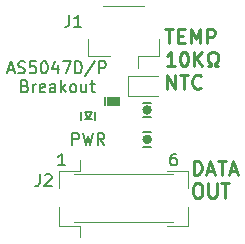
<source format=gbr>
%TF.GenerationSoftware,KiCad,Pcbnew,(5.99.0-9885-g7a8abcadd2)*%
%TF.CreationDate,2021-05-15T19:58:37-05:00*%
%TF.ProjectId,small as5047 encoder breakout,736d616c-6c20-4617-9335-30343720656e,rev?*%
%TF.SameCoordinates,Original*%
%TF.FileFunction,Legend,Top*%
%TF.FilePolarity,Positive*%
%FSLAX46Y46*%
G04 Gerber Fmt 4.6, Leading zero omitted, Abs format (unit mm)*
G04 Created by KiCad (PCBNEW (5.99.0-9885-g7a8abcadd2)) date 2021-05-15 19:58:37*
%MOMM*%
%LPD*%
G01*
G04 APERTURE LIST*
%ADD10C,0.250000*%
%ADD11C,0.200000*%
%ADD12C,0.150000*%
%ADD13C,0.130000*%
%ADD14C,0.050000*%
%ADD15C,0.400000*%
%ADD16C,0.120000*%
G04 APERTURE END LIST*
D10*
X144433214Y-87491857D02*
X144433214Y-86291857D01*
X144718928Y-86291857D01*
X144890357Y-86349000D01*
X145004642Y-86463285D01*
X145061785Y-86577571D01*
X145118928Y-86806142D01*
X145118928Y-86977571D01*
X145061785Y-87206142D01*
X145004642Y-87320428D01*
X144890357Y-87434714D01*
X144718928Y-87491857D01*
X144433214Y-87491857D01*
X145576071Y-87149000D02*
X146147500Y-87149000D01*
X145461785Y-87491857D02*
X145861785Y-86291857D01*
X146261785Y-87491857D01*
X146490357Y-86291857D02*
X147176071Y-86291857D01*
X146833214Y-87491857D02*
X146833214Y-86291857D01*
X147518928Y-87149000D02*
X148090357Y-87149000D01*
X147404642Y-87491857D02*
X147804642Y-86291857D01*
X148204642Y-87491857D01*
X144661785Y-88223857D02*
X144890357Y-88223857D01*
X145004642Y-88281000D01*
X145118928Y-88395285D01*
X145176071Y-88623857D01*
X145176071Y-89023857D01*
X145118928Y-89252428D01*
X145004642Y-89366714D01*
X144890357Y-89423857D01*
X144661785Y-89423857D01*
X144547500Y-89366714D01*
X144433214Y-89252428D01*
X144376071Y-89023857D01*
X144376071Y-88623857D01*
X144433214Y-88395285D01*
X144547500Y-88281000D01*
X144661785Y-88223857D01*
X145690357Y-88223857D02*
X145690357Y-89195285D01*
X145747500Y-89309571D01*
X145804642Y-89366714D01*
X145918928Y-89423857D01*
X146147500Y-89423857D01*
X146261785Y-89366714D01*
X146318928Y-89309571D01*
X146376071Y-89195285D01*
X146376071Y-88223857D01*
X146776071Y-88223857D02*
X147461785Y-88223857D01*
X147118928Y-89423857D02*
X147118928Y-88223857D01*
D11*
X142940476Y-85702380D02*
X142750000Y-85702380D01*
X142654761Y-85750000D01*
X142607142Y-85797619D01*
X142511904Y-85940476D01*
X142464285Y-86130952D01*
X142464285Y-86511904D01*
X142511904Y-86607142D01*
X142559523Y-86654761D01*
X142654761Y-86702380D01*
X142845238Y-86702380D01*
X142940476Y-86654761D01*
X142988095Y-86607142D01*
X143035714Y-86511904D01*
X143035714Y-86273809D01*
X142988095Y-86178571D01*
X142940476Y-86130952D01*
X142845238Y-86083333D01*
X142654761Y-86083333D01*
X142559523Y-86130952D01*
X142511904Y-86178571D01*
X142464285Y-86273809D01*
X128732142Y-78611666D02*
X129208333Y-78611666D01*
X128636904Y-78897380D02*
X128970238Y-77897380D01*
X129303571Y-78897380D01*
X129589285Y-78849761D02*
X129732142Y-78897380D01*
X129970238Y-78897380D01*
X130065476Y-78849761D01*
X130113095Y-78802142D01*
X130160714Y-78706904D01*
X130160714Y-78611666D01*
X130113095Y-78516428D01*
X130065476Y-78468809D01*
X129970238Y-78421190D01*
X129779761Y-78373571D01*
X129684523Y-78325952D01*
X129636904Y-78278333D01*
X129589285Y-78183095D01*
X129589285Y-78087857D01*
X129636904Y-77992619D01*
X129684523Y-77945000D01*
X129779761Y-77897380D01*
X130017857Y-77897380D01*
X130160714Y-77945000D01*
X131065476Y-77897380D02*
X130589285Y-77897380D01*
X130541666Y-78373571D01*
X130589285Y-78325952D01*
X130684523Y-78278333D01*
X130922619Y-78278333D01*
X131017857Y-78325952D01*
X131065476Y-78373571D01*
X131113095Y-78468809D01*
X131113095Y-78706904D01*
X131065476Y-78802142D01*
X131017857Y-78849761D01*
X130922619Y-78897380D01*
X130684523Y-78897380D01*
X130589285Y-78849761D01*
X130541666Y-78802142D01*
X131732142Y-77897380D02*
X131827380Y-77897380D01*
X131922619Y-77945000D01*
X131970238Y-77992619D01*
X132017857Y-78087857D01*
X132065476Y-78278333D01*
X132065476Y-78516428D01*
X132017857Y-78706904D01*
X131970238Y-78802142D01*
X131922619Y-78849761D01*
X131827380Y-78897380D01*
X131732142Y-78897380D01*
X131636904Y-78849761D01*
X131589285Y-78802142D01*
X131541666Y-78706904D01*
X131494047Y-78516428D01*
X131494047Y-78278333D01*
X131541666Y-78087857D01*
X131589285Y-77992619D01*
X131636904Y-77945000D01*
X131732142Y-77897380D01*
X132922619Y-78230714D02*
X132922619Y-78897380D01*
X132684523Y-77849761D02*
X132446428Y-78564047D01*
X133065476Y-78564047D01*
X133351190Y-77897380D02*
X134017857Y-77897380D01*
X133589285Y-78897380D01*
X134398809Y-78897380D02*
X134398809Y-77897380D01*
X134636904Y-77897380D01*
X134779761Y-77945000D01*
X134875000Y-78040238D01*
X134922619Y-78135476D01*
X134970238Y-78325952D01*
X134970238Y-78468809D01*
X134922619Y-78659285D01*
X134875000Y-78754523D01*
X134779761Y-78849761D01*
X134636904Y-78897380D01*
X134398809Y-78897380D01*
X136113095Y-77849761D02*
X135255952Y-79135476D01*
X136446428Y-78897380D02*
X136446428Y-77897380D01*
X136827380Y-77897380D01*
X136922619Y-77945000D01*
X136970238Y-77992619D01*
X137017857Y-78087857D01*
X137017857Y-78230714D01*
X136970238Y-78325952D01*
X136922619Y-78373571D01*
X136827380Y-78421190D01*
X136446428Y-78421190D01*
X130160714Y-79983571D02*
X130303571Y-80031190D01*
X130351190Y-80078809D01*
X130398809Y-80174047D01*
X130398809Y-80316904D01*
X130351190Y-80412142D01*
X130303571Y-80459761D01*
X130208333Y-80507380D01*
X129827380Y-80507380D01*
X129827380Y-79507380D01*
X130160714Y-79507380D01*
X130255952Y-79555000D01*
X130303571Y-79602619D01*
X130351190Y-79697857D01*
X130351190Y-79793095D01*
X130303571Y-79888333D01*
X130255952Y-79935952D01*
X130160714Y-79983571D01*
X129827380Y-79983571D01*
X130827380Y-80507380D02*
X130827380Y-79840714D01*
X130827380Y-80031190D02*
X130875000Y-79935952D01*
X130922619Y-79888333D01*
X131017857Y-79840714D01*
X131113095Y-79840714D01*
X131827380Y-80459761D02*
X131732142Y-80507380D01*
X131541666Y-80507380D01*
X131446428Y-80459761D01*
X131398809Y-80364523D01*
X131398809Y-79983571D01*
X131446428Y-79888333D01*
X131541666Y-79840714D01*
X131732142Y-79840714D01*
X131827380Y-79888333D01*
X131875000Y-79983571D01*
X131875000Y-80078809D01*
X131398809Y-80174047D01*
X132732142Y-80507380D02*
X132732142Y-79983571D01*
X132684523Y-79888333D01*
X132589285Y-79840714D01*
X132398809Y-79840714D01*
X132303571Y-79888333D01*
X132732142Y-80459761D02*
X132636904Y-80507380D01*
X132398809Y-80507380D01*
X132303571Y-80459761D01*
X132255952Y-80364523D01*
X132255952Y-80269285D01*
X132303571Y-80174047D01*
X132398809Y-80126428D01*
X132636904Y-80126428D01*
X132732142Y-80078809D01*
X133208333Y-80507380D02*
X133208333Y-79507380D01*
X133303571Y-80126428D02*
X133589285Y-80507380D01*
X133589285Y-79840714D02*
X133208333Y-80221666D01*
X134160714Y-80507380D02*
X134065476Y-80459761D01*
X134017857Y-80412142D01*
X133970238Y-80316904D01*
X133970238Y-80031190D01*
X134017857Y-79935952D01*
X134065476Y-79888333D01*
X134160714Y-79840714D01*
X134303571Y-79840714D01*
X134398809Y-79888333D01*
X134446428Y-79935952D01*
X134494047Y-80031190D01*
X134494047Y-80316904D01*
X134446428Y-80412142D01*
X134398809Y-80459761D01*
X134303571Y-80507380D01*
X134160714Y-80507380D01*
X135351190Y-79840714D02*
X135351190Y-80507380D01*
X134922619Y-79840714D02*
X134922619Y-80364523D01*
X134970238Y-80459761D01*
X135065476Y-80507380D01*
X135208333Y-80507380D01*
X135303571Y-80459761D01*
X135351190Y-80412142D01*
X135684523Y-79840714D02*
X136065476Y-79840714D01*
X135827380Y-79507380D02*
X135827380Y-80364523D01*
X135875000Y-80459761D01*
X135970238Y-80507380D01*
X136065476Y-80507380D01*
D10*
X142026785Y-75160857D02*
X142712500Y-75160857D01*
X142369642Y-76360857D02*
X142369642Y-75160857D01*
X143112500Y-75732285D02*
X143512500Y-75732285D01*
X143683928Y-76360857D02*
X143112500Y-76360857D01*
X143112500Y-75160857D01*
X143683928Y-75160857D01*
X144198214Y-76360857D02*
X144198214Y-75160857D01*
X144598214Y-76018000D01*
X144998214Y-75160857D01*
X144998214Y-76360857D01*
X145569642Y-76360857D02*
X145569642Y-75160857D01*
X146026785Y-75160857D01*
X146141071Y-75218000D01*
X146198214Y-75275142D01*
X146255357Y-75389428D01*
X146255357Y-75560857D01*
X146198214Y-75675142D01*
X146141071Y-75732285D01*
X146026785Y-75789428D01*
X145569642Y-75789428D01*
X142826785Y-78292857D02*
X142141071Y-78292857D01*
X142483928Y-78292857D02*
X142483928Y-77092857D01*
X142369642Y-77264285D01*
X142255357Y-77378571D01*
X142141071Y-77435714D01*
X143569642Y-77092857D02*
X143683928Y-77092857D01*
X143798214Y-77150000D01*
X143855357Y-77207142D01*
X143912500Y-77321428D01*
X143969642Y-77550000D01*
X143969642Y-77835714D01*
X143912500Y-78064285D01*
X143855357Y-78178571D01*
X143798214Y-78235714D01*
X143683928Y-78292857D01*
X143569642Y-78292857D01*
X143455357Y-78235714D01*
X143398214Y-78178571D01*
X143341071Y-78064285D01*
X143283928Y-77835714D01*
X143283928Y-77550000D01*
X143341071Y-77321428D01*
X143398214Y-77207142D01*
X143455357Y-77150000D01*
X143569642Y-77092857D01*
X144483928Y-78292857D02*
X144483928Y-77092857D01*
X145169642Y-78292857D02*
X144655357Y-77607142D01*
X145169642Y-77092857D02*
X144483928Y-77778571D01*
X145626785Y-78292857D02*
X145912500Y-78292857D01*
X145912500Y-78064285D01*
X145798214Y-78007142D01*
X145683928Y-77892857D01*
X145626785Y-77721428D01*
X145626785Y-77435714D01*
X145683928Y-77264285D01*
X145798214Y-77150000D01*
X145969642Y-77092857D01*
X146198214Y-77092857D01*
X146369642Y-77150000D01*
X146483928Y-77264285D01*
X146541071Y-77435714D01*
X146541071Y-77721428D01*
X146483928Y-77892857D01*
X146369642Y-78007142D01*
X146255357Y-78064285D01*
X146255357Y-78292857D01*
X146541071Y-78292857D01*
X142198214Y-80224857D02*
X142198214Y-79024857D01*
X142883928Y-80224857D01*
X142883928Y-79024857D01*
X143283928Y-79024857D02*
X143969642Y-79024857D01*
X143626785Y-80224857D02*
X143626785Y-79024857D01*
X145055357Y-80110571D02*
X144998214Y-80167714D01*
X144826785Y-80224857D01*
X144712500Y-80224857D01*
X144541071Y-80167714D01*
X144426785Y-80053428D01*
X144369642Y-79939142D01*
X144312500Y-79710571D01*
X144312500Y-79539142D01*
X144369642Y-79310571D01*
X144426785Y-79196285D01*
X144541071Y-79082000D01*
X144712500Y-79024857D01*
X144826785Y-79024857D01*
X144998214Y-79082000D01*
X145055357Y-79139142D01*
D11*
X133535714Y-86702380D02*
X132964285Y-86702380D01*
X133250000Y-86702380D02*
X133250000Y-85702380D01*
X133154761Y-85845238D01*
X133059523Y-85940476D01*
X132964285Y-85988095D01*
X134166666Y-84952380D02*
X134166666Y-83952380D01*
X134547619Y-83952380D01*
X134642857Y-84000000D01*
X134690476Y-84047619D01*
X134738095Y-84142857D01*
X134738095Y-84285714D01*
X134690476Y-84380952D01*
X134642857Y-84428571D01*
X134547619Y-84476190D01*
X134166666Y-84476190D01*
X135071428Y-83952380D02*
X135309523Y-84952380D01*
X135500000Y-84238095D01*
X135690476Y-84952380D01*
X135928571Y-83952380D01*
X136880952Y-84952380D02*
X136547619Y-84476190D01*
X136309523Y-84952380D02*
X136309523Y-83952380D01*
X136690476Y-83952380D01*
X136785714Y-84000000D01*
X136833333Y-84047619D01*
X136880952Y-84142857D01*
X136880952Y-84285714D01*
X136833333Y-84380952D01*
X136785714Y-84428571D01*
X136690476Y-84476190D01*
X136309523Y-84476190D01*
D12*
%TO.C,J2*%
X131416666Y-87452380D02*
X131416666Y-88166666D01*
X131369047Y-88309523D01*
X131273809Y-88404761D01*
X131130952Y-88452380D01*
X131035714Y-88452380D01*
X131845238Y-87547619D02*
X131892857Y-87500000D01*
X131988095Y-87452380D01*
X132226190Y-87452380D01*
X132321428Y-87500000D01*
X132369047Y-87547619D01*
X132416666Y-87642857D01*
X132416666Y-87738095D01*
X132369047Y-87880952D01*
X131797619Y-88452380D01*
X132416666Y-88452380D01*
%TO.C,J1*%
X133916666Y-73952380D02*
X133916666Y-74666666D01*
X133869047Y-74809523D01*
X133773809Y-74904761D01*
X133630952Y-74952380D01*
X133535714Y-74952380D01*
X134916666Y-74952380D02*
X134345238Y-74952380D01*
X134630952Y-74952380D02*
X134630952Y-73952380D01*
X134535714Y-74095238D01*
X134440476Y-74190476D01*
X134345238Y-74238095D01*
D13*
%TO.C,R1*%
X136890000Y-81600000D02*
X136890000Y-80900000D01*
X138110000Y-80900000D02*
X138110000Y-81600000D01*
D14*
X137925000Y-80875000D02*
X137075000Y-80875000D01*
X137075000Y-80875000D02*
X137075000Y-81625000D01*
X137075000Y-81625000D02*
X137925000Y-81625000D01*
X137925000Y-81625000D02*
X137925000Y-81000000D01*
X137925000Y-81000000D02*
X137925000Y-80875000D01*
G36*
X137925000Y-81625000D02*
G01*
X137075000Y-81625000D01*
X137075000Y-80875000D01*
X137925000Y-80875000D01*
X137925000Y-81625000D01*
G37*
X137925000Y-81625000D02*
X137075000Y-81625000D01*
X137075000Y-80875000D01*
X137925000Y-80875000D01*
X137925000Y-81625000D01*
D13*
%TO.C,C1*%
X140850000Y-82610000D02*
X140150000Y-82610000D01*
X140150000Y-81390000D02*
X140850000Y-81390000D01*
D15*
X140700000Y-82000000D02*
G75*
G03*
X140700000Y-82000000I-200000J0D01*
G01*
D13*
%TO.C,C2*%
X140850000Y-85110000D02*
X140150000Y-85110000D01*
X140150000Y-83890000D02*
X140850000Y-83890000D01*
D15*
X140700000Y-84500000D02*
G75*
G03*
X140700000Y-84500000I-200000J0D01*
G01*
D16*
%TO.C,J2*%
X143985000Y-91860000D02*
X142185000Y-91860000D01*
X143985000Y-90260000D02*
X143985000Y-91860000D01*
X134815000Y-91860000D02*
X134815000Y-92800000D01*
X134285000Y-87390000D02*
X142715000Y-87390000D01*
X133015000Y-91860000D02*
X134815000Y-91860000D01*
X133015000Y-90260000D02*
X133015000Y-91860000D01*
D13*
%TO.C,D1*%
X135800000Y-82208430D02*
X135500000Y-82808430D01*
X135500000Y-82808430D02*
X135200000Y-82208430D01*
X135200000Y-82808430D02*
X135800000Y-82808430D01*
X134890000Y-82858430D02*
X134890000Y-82158430D01*
X135200000Y-82208430D02*
X135800000Y-82208430D01*
X136110000Y-82158430D02*
X136110000Y-82858430D01*
D16*
%TO.C,D2*%
X138875000Y-80850000D02*
X141425000Y-80850000D01*
X138875000Y-79150000D02*
X138875000Y-80850000D01*
X138875000Y-79150000D02*
X141425000Y-79150000D01*
%TO.C,J1*%
X135515000Y-76010000D02*
X135515000Y-77460000D01*
X140215000Y-73190000D02*
X136785000Y-73190000D01*
X141485000Y-77460000D02*
X139685000Y-77460000D01*
X139685000Y-77460000D02*
X139685000Y-78450000D01*
X135515000Y-77460000D02*
X137315000Y-77460000D01*
X141485000Y-76010000D02*
X141485000Y-77460000D01*
%TO.C,J3*%
X134285000Y-91460000D02*
X142715000Y-91460000D01*
X143985000Y-88640000D02*
X143985000Y-87190000D01*
X143985000Y-87190000D02*
X142185000Y-87190000D01*
X134815000Y-87190000D02*
X134815000Y-86200000D01*
X133015000Y-88640000D02*
X133015000Y-87190000D01*
X133015000Y-87190000D02*
X134815000Y-87190000D01*
%TD*%
M02*

</source>
